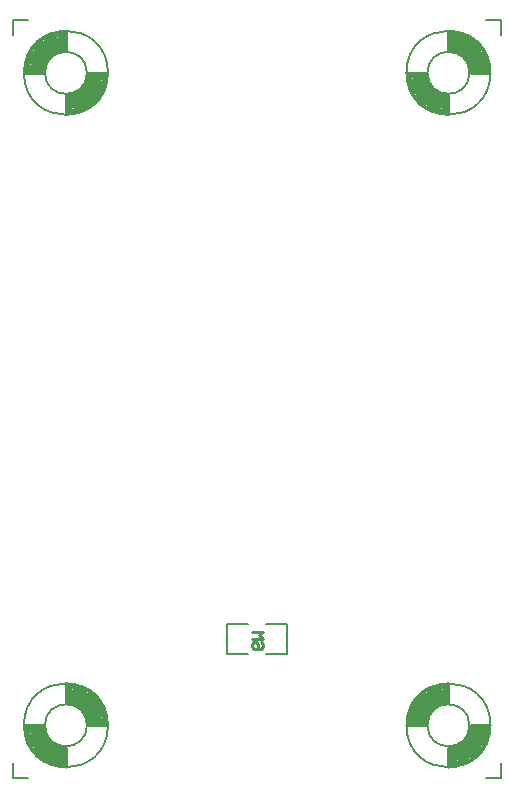
<source format=gbo>
%FSLAX25Y25*%
%MOIN*%
G70*
G01*
G75*
G04 Layer_Color=32896*
%ADD10C,0.01000*%
%ADD11R,0.05000X0.07000*%
%ADD12C,0.01500*%
%ADD13C,0.03000*%
%ADD14C,0.02000*%
%ADD15O,0.08500X0.06500*%
%ADD16O,0.09500X0.07000*%
%ADD17C,0.30000*%
%ADD18C,0.07500*%
%ADD19C,0.06500*%
%ADD20C,0.00787*%
%ADD21C,0.00600*%
%ADD22R,0.02500X0.02500*%
D10*
X288750Y201250D02*
Y207500D01*
X296250Y193750D02*
X302500D01*
X288750Y180000D02*
Y186250D01*
X275000Y193750D02*
X281250D01*
X288750Y397500D02*
Y403750D01*
X296250Y411250D02*
X302500D01*
X288750Y418750D02*
Y425000D01*
X275000Y411250D02*
X281250D01*
X161250Y201250D02*
Y207500D01*
X147500Y193750D02*
X153750D01*
X161250Y180000D02*
Y186250D01*
X168750Y193750D02*
X175000D01*
X168750Y411250D02*
X175000D01*
X161250Y418750D02*
Y425000D01*
X147500Y411250D02*
X153750D01*
X161250Y397500D02*
Y403750D01*
X223376Y225000D02*
X226875D01*
X225709Y223834D01*
X226875Y222667D01*
X223376D01*
X226292Y221501D02*
X226875Y220918D01*
Y219752D01*
X226292Y219169D01*
X223959D01*
X223376Y219752D01*
Y220918D01*
X223959Y221501D01*
X224542D01*
X225126Y220918D01*
Y219169D01*
D20*
X288750Y207750D02*
G03*
X274750Y193750I0J-14000D01*
G01*
X288750Y207250D02*
G03*
X275250Y193750I0J-13500D01*
G01*
X288750Y206750D02*
G03*
X275750Y193750I0J-13000D01*
G01*
X288750Y206250D02*
G03*
X276250Y193750I0J-12500D01*
G01*
X288750Y205750D02*
G03*
X276750Y193750I0J-12000D01*
G01*
X288750Y205250D02*
G03*
X277250Y193750I0J-11500D01*
G01*
X288750Y204750D02*
G03*
X277750Y193750I0J-11000D01*
G01*
X288750Y204250D02*
G03*
X278250Y193750I0J-10500D01*
G01*
X288750Y203750D02*
G03*
X278750Y193750I0J-10000D01*
G01*
X288750Y203250D02*
G03*
X279250Y193750I0J-9500D01*
G01*
X288750Y202250D02*
G03*
X280250Y193750I0J-8500D01*
G01*
X288750Y202750D02*
G03*
X279750Y193750I0J-9000D01*
G01*
X288750Y201750D02*
G03*
X280750Y193750I0J-8000D01*
G01*
X288750Y201250D02*
G03*
X281250Y193750I0J-7500D01*
G01*
X295750D02*
G03*
X295750Y193750I-7000J0D01*
G01*
X288750Y179750D02*
G03*
X302750Y193750I0J14000D01*
G01*
X288750Y180250D02*
G03*
X302250Y193750I0J13500D01*
G01*
X288750Y180750D02*
G03*
X301750Y193750I0J13000D01*
G01*
X288750Y181250D02*
G03*
X301250Y193750I0J12500D01*
G01*
X288750Y181750D02*
G03*
X300750Y193750I0J12000D01*
G01*
X288750Y182250D02*
G03*
X300250Y193750I0J11500D01*
G01*
X288750Y182750D02*
G03*
X299750Y193750I0J11000D01*
G01*
X288750Y183250D02*
G03*
X299250Y193750I0J10500D01*
G01*
X288750Y183750D02*
G03*
X298750Y193750I0J10000D01*
G01*
X288750Y184250D02*
G03*
X298250Y193750I0J9500D01*
G01*
X288750Y185250D02*
G03*
X297250Y193750I0J8500D01*
G01*
X288750Y184750D02*
G03*
X297750Y193750I0J9000D01*
G01*
X288750Y185750D02*
G03*
X296750Y193750I0J8000D01*
G01*
X302750D02*
G03*
X302750Y193750I-14000J0D01*
G01*
X288750Y186250D02*
G03*
X296250Y193750I0J7500D01*
G01*
Y411250D02*
G03*
X288750Y418750I-7500J0D01*
G01*
X302750Y411250D02*
G03*
X302750Y411250I-14000J0D01*
G01*
X296750D02*
G03*
X288750Y419250I-8000J0D01*
G01*
X297750Y411250D02*
G03*
X288750Y420250I-9000J0D01*
G01*
X297250Y411250D02*
G03*
X288750Y419750I-8500J0D01*
G01*
X298250Y411250D02*
G03*
X288750Y420750I-9500J0D01*
G01*
X298750Y411250D02*
G03*
X288750Y421250I-10000J0D01*
G01*
X299250Y411250D02*
G03*
X288750Y421750I-10500J0D01*
G01*
X299750Y411250D02*
G03*
X288750Y422250I-11000J0D01*
G01*
X300250Y411250D02*
G03*
X288750Y422750I-11500J0D01*
G01*
X300750Y411250D02*
G03*
X288750Y423250I-12000J0D01*
G01*
X301250Y411250D02*
G03*
X288750Y423750I-12500J0D01*
G01*
X301750Y411250D02*
G03*
X288750Y424250I-13000J0D01*
G01*
X302250Y411250D02*
G03*
X288750Y424750I-13500J0D01*
G01*
X302750Y411250D02*
G03*
X288750Y425250I-14000J0D01*
G01*
X295750Y411250D02*
G03*
X295750Y411250I-7000J0D01*
G01*
X281250D02*
G03*
X288750Y403750I7500J0D01*
G01*
X280750Y411250D02*
G03*
X288750Y403250I8000J0D01*
G01*
X279750Y411250D02*
G03*
X288750Y402250I9000J0D01*
G01*
X280250Y411250D02*
G03*
X288750Y402750I8500J0D01*
G01*
X279250Y411250D02*
G03*
X288750Y401750I9500J0D01*
G01*
X278750Y411250D02*
G03*
X288750Y401250I10000J0D01*
G01*
X278250Y411250D02*
G03*
X288750Y400750I10500J0D01*
G01*
X277750Y411250D02*
G03*
X288750Y400250I11000J0D01*
G01*
X277250Y411250D02*
G03*
X288750Y399750I11500J0D01*
G01*
X276750Y411250D02*
G03*
X288750Y399250I12000J0D01*
G01*
X276250Y411250D02*
G03*
X288750Y398750I12500J0D01*
G01*
X275750Y411250D02*
G03*
X288750Y398250I13000J0D01*
G01*
X275250Y411250D02*
G03*
X288750Y397750I13500J0D01*
G01*
X274750Y411250D02*
G03*
X288750Y397250I14000J0D01*
G01*
X153750Y193750D02*
G03*
X161250Y186250I7500J0D01*
G01*
X175250Y193750D02*
G03*
X175250Y193750I-14000J0D01*
G01*
X153250D02*
G03*
X161250Y185750I8000J0D01*
G01*
X152250Y193750D02*
G03*
X161250Y184750I9000J0D01*
G01*
X152750Y193750D02*
G03*
X161250Y185250I8500J0D01*
G01*
X151750Y193750D02*
G03*
X161250Y184250I9500J0D01*
G01*
X151250Y193750D02*
G03*
X161250Y183750I10000J0D01*
G01*
X150750Y193750D02*
G03*
X161250Y183250I10500J0D01*
G01*
X150250Y193750D02*
G03*
X161250Y182750I11000J0D01*
G01*
X149750Y193750D02*
G03*
X161250Y182250I11500J0D01*
G01*
X149250Y193750D02*
G03*
X161250Y181750I12000J0D01*
G01*
X148750Y193750D02*
G03*
X161250Y181250I12500J0D01*
G01*
X148250Y193750D02*
G03*
X161250Y180750I13000J0D01*
G01*
X147750Y193750D02*
G03*
X161250Y180250I13500J0D01*
G01*
X147250Y193750D02*
G03*
X161250Y179750I14000J0D01*
G01*
X168250Y193750D02*
G03*
X168250Y193750I-7000J0D01*
G01*
X168750D02*
G03*
X161250Y201250I-7500J0D01*
G01*
X169250Y193750D02*
G03*
X161250Y201750I-8000J0D01*
G01*
X170250Y193750D02*
G03*
X161250Y202750I-9000J0D01*
G01*
X169750Y193750D02*
G03*
X161250Y202250I-8500J0D01*
G01*
X170750Y193750D02*
G03*
X161250Y203250I-9500J0D01*
G01*
X171250Y193750D02*
G03*
X161250Y203750I-10000J0D01*
G01*
X171750Y193750D02*
G03*
X161250Y204250I-10500J0D01*
G01*
X172250Y193750D02*
G03*
X161250Y204750I-11000J0D01*
G01*
X172750Y193750D02*
G03*
X161250Y205250I-11500J0D01*
G01*
X173250Y193750D02*
G03*
X161250Y205750I-12000J0D01*
G01*
X173750Y193750D02*
G03*
X161250Y206250I-12500J0D01*
G01*
X174250Y193750D02*
G03*
X161250Y206750I-13000J0D01*
G01*
X174750Y193750D02*
G03*
X161250Y207250I-13500J0D01*
G01*
X175250Y193750D02*
G03*
X161250Y207750I-14000J0D01*
G01*
Y418750D02*
G03*
X153750Y411250I0J-7500D01*
G01*
X175250D02*
G03*
X175250Y411250I-14000J0D01*
G01*
X161250Y419250D02*
G03*
X153250Y411250I0J-8000D01*
G01*
X161250Y420250D02*
G03*
X152250Y411250I0J-9000D01*
G01*
X161250Y419750D02*
G03*
X152750Y411250I0J-8500D01*
G01*
X161250Y420750D02*
G03*
X151750Y411250I0J-9500D01*
G01*
X161250Y421250D02*
G03*
X151250Y411250I0J-10000D01*
G01*
X161250Y421750D02*
G03*
X150750Y411250I0J-10500D01*
G01*
X161250Y422250D02*
G03*
X150250Y411250I0J-11000D01*
G01*
X161250Y422750D02*
G03*
X149750Y411250I0J-11500D01*
G01*
X161250Y423250D02*
G03*
X149250Y411250I0J-12000D01*
G01*
X161250Y423750D02*
G03*
X148750Y411250I0J-12500D01*
G01*
X161250Y424250D02*
G03*
X148250Y411250I0J-13000D01*
G01*
X161250Y424750D02*
G03*
X147750Y411250I0J-13500D01*
G01*
X161250Y425250D02*
G03*
X147250Y411250I0J-14000D01*
G01*
X168250D02*
G03*
X168250Y411250I-7000J0D01*
G01*
X161250Y403750D02*
G03*
X168750Y411250I0J7500D01*
G01*
X161250Y403250D02*
G03*
X169250Y411250I0J8000D01*
G01*
X161250Y402250D02*
G03*
X170250Y411250I0J9000D01*
G01*
X161250Y402750D02*
G03*
X169750Y411250I0J8500D01*
G01*
X161250Y401750D02*
G03*
X170750Y411250I0J9500D01*
G01*
X161250Y401250D02*
G03*
X171250Y411250I0J10000D01*
G01*
X161250Y400750D02*
G03*
X171750Y411250I0J10500D01*
G01*
X161250Y400250D02*
G03*
X172250Y411250I0J11000D01*
G01*
X161250Y399750D02*
G03*
X172750Y411250I0J11500D01*
G01*
X161250Y399250D02*
G03*
X173250Y411250I0J12000D01*
G01*
X161250Y398750D02*
G03*
X173750Y411250I0J12500D01*
G01*
X161250Y398250D02*
G03*
X174250Y411250I0J13000D01*
G01*
X161250Y397750D02*
G03*
X174750Y411250I0J13500D01*
G01*
X161250Y397250D02*
G03*
X175250Y411250I0J14000D01*
G01*
X235000Y217500D02*
Y227500D01*
X215000Y217500D02*
Y227500D01*
X228000D02*
X235000D01*
X215000D02*
X222000D01*
X228000Y217500D02*
X235000D01*
X215000D02*
X222000D01*
X301250Y176250D02*
X306250D01*
Y181250D01*
X301250Y428750D02*
X306250D01*
Y423750D02*
Y428750D01*
X143750Y176250D02*
X148750D01*
X143750D02*
Y181250D01*
Y423750D02*
Y428750D01*
X148750D01*
M02*

</source>
